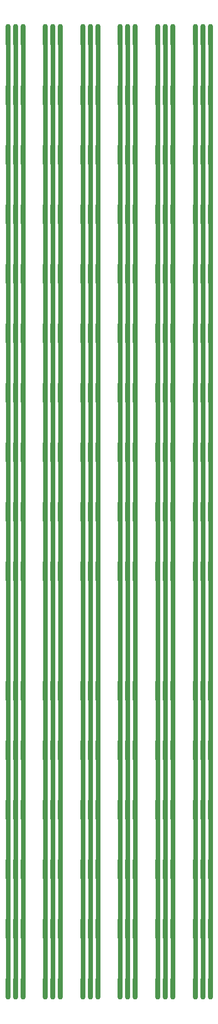
<source format=gtl>
G04*
G04 #@! TF.GenerationSoftware,Altium Limited,Altium Designer,24.3.1 (35)*
G04*
G04 Layer_Physical_Order=1*
G04 Layer_Color=255*
%FSLAX44Y44*%
%MOMM*%
G71*
G04*
G04 #@! TF.SameCoordinates,1BDE854F-DA14-4799-BA7A-88DB7AD7D6F1*
G04*
G04*
G04 #@! TF.FilePolarity,Positive*
G04*
G01*
G75*
%ADD10C,0.8000*%
%ADD11O,0.8890X3.8000*%
D10*
X34290Y1522630D02*
Y1622630D01*
Y1422630D02*
Y1522630D01*
Y1322630D02*
Y1422630D01*
Y1222630D02*
Y1322630D01*
Y1122630D02*
Y1222630D01*
Y1022630D02*
Y1122630D01*
Y922630D02*
Y1022630D01*
Y822630D02*
Y922630D01*
Y722630D02*
Y822630D01*
Y522630D02*
Y722630D01*
Y422630D02*
Y522630D01*
Y322630D02*
Y422630D01*
Y222630D02*
Y322630D01*
Y122630D02*
Y222630D01*
Y22630D02*
Y122630D01*
X21590Y1522630D02*
Y1622630D01*
Y1422630D02*
Y1522630D01*
Y1322630D02*
Y1422630D01*
Y1222630D02*
Y1322630D01*
Y1122630D02*
Y1222630D01*
Y1022630D02*
Y1122630D01*
Y922630D02*
Y1022630D01*
Y822630D02*
Y922630D01*
Y722630D02*
Y822630D01*
Y522630D02*
Y722630D01*
Y422630D02*
Y522630D01*
Y322630D02*
Y422630D01*
Y222630D02*
Y322630D01*
Y122630D02*
Y222630D01*
Y22630D02*
Y122630D01*
X8890Y1522630D02*
Y1622630D01*
Y1422630D02*
Y1522630D01*
Y1322630D02*
Y1422630D01*
Y1222630D02*
Y1322630D01*
Y1122630D02*
Y1222630D01*
Y1022630D02*
Y1122630D01*
Y922630D02*
Y1022630D01*
Y822630D02*
Y922630D01*
Y722630D02*
Y822630D01*
Y522630D02*
Y722630D01*
Y422630D02*
Y522630D01*
Y322630D02*
Y422630D01*
Y222630D02*
Y322630D01*
Y122630D02*
Y222630D01*
Y22630D02*
Y122630D01*
X97470Y1522630D02*
Y1622630D01*
Y1422630D02*
Y1522630D01*
Y1322630D02*
Y1422630D01*
Y1222630D02*
Y1322630D01*
Y1122630D02*
Y1222630D01*
Y1022630D02*
Y1122630D01*
Y922630D02*
Y1022630D01*
Y822630D02*
Y922630D01*
Y722630D02*
Y822630D01*
Y522630D02*
Y722630D01*
Y422630D02*
Y522630D01*
Y322630D02*
Y422630D01*
Y222630D02*
Y322630D01*
Y122630D02*
Y222630D01*
Y22630D02*
Y122630D01*
X84770Y1522630D02*
Y1622630D01*
Y1422630D02*
Y1522630D01*
Y1322630D02*
Y1422630D01*
Y1222630D02*
Y1322630D01*
Y1122630D02*
Y1222630D01*
Y1022630D02*
Y1122630D01*
Y922630D02*
Y1022630D01*
Y822630D02*
Y922630D01*
Y722630D02*
Y822630D01*
Y522630D02*
Y722630D01*
Y422630D02*
Y522630D01*
Y322630D02*
Y422630D01*
Y222630D02*
Y322630D01*
Y122630D02*
Y222630D01*
Y22630D02*
Y122630D01*
X72070Y1522630D02*
Y1622630D01*
Y1422630D02*
Y1522630D01*
Y1322630D02*
Y1422630D01*
Y1222630D02*
Y1322630D01*
Y1122630D02*
Y1222630D01*
Y1022630D02*
Y1122630D01*
Y922630D02*
Y1022630D01*
Y822630D02*
Y922630D01*
Y722630D02*
Y822630D01*
Y522630D02*
Y722630D01*
Y422630D02*
Y522630D01*
Y322630D02*
Y422630D01*
Y222630D02*
Y322630D01*
Y122630D02*
Y222630D01*
Y22630D02*
Y122630D01*
X160650Y1522630D02*
Y1622630D01*
Y1422630D02*
Y1522630D01*
Y1322630D02*
Y1422630D01*
Y1222630D02*
Y1322630D01*
Y1122630D02*
Y1222630D01*
Y1022630D02*
Y1122630D01*
Y922630D02*
Y1022630D01*
Y822630D02*
Y922630D01*
Y722630D02*
Y822630D01*
Y522630D02*
Y722630D01*
Y422630D02*
Y522630D01*
Y322630D02*
Y422630D01*
Y222630D02*
Y322630D01*
Y122630D02*
Y222630D01*
Y22630D02*
Y122630D01*
X147950Y1522630D02*
Y1622630D01*
Y1422630D02*
Y1522630D01*
Y1322630D02*
Y1422630D01*
Y1222630D02*
Y1322630D01*
Y1122630D02*
Y1222630D01*
Y1022630D02*
Y1122630D01*
Y922630D02*
Y1022630D01*
Y822630D02*
Y922630D01*
Y722630D02*
Y822630D01*
Y522630D02*
Y722630D01*
Y422630D02*
Y522630D01*
Y322630D02*
Y422630D01*
Y222630D02*
Y322630D01*
Y122630D02*
Y222630D01*
Y22630D02*
Y122630D01*
X135250Y1522630D02*
Y1622630D01*
Y1422630D02*
Y1522630D01*
Y1322630D02*
Y1422630D01*
Y1222630D02*
Y1322630D01*
Y1122630D02*
Y1222630D01*
Y1022630D02*
Y1122630D01*
Y922630D02*
Y1022630D01*
Y822630D02*
Y922630D01*
Y722630D02*
Y822630D01*
Y522630D02*
Y722630D01*
Y422630D02*
Y522630D01*
Y322630D02*
Y422630D01*
Y222630D02*
Y322630D01*
Y122630D02*
Y222630D01*
Y22630D02*
Y122630D01*
X223830Y1522630D02*
Y1622630D01*
Y1422630D02*
Y1522630D01*
Y1322630D02*
Y1422630D01*
Y1222630D02*
Y1322630D01*
Y1122630D02*
Y1222630D01*
Y1022630D02*
Y1122630D01*
Y922630D02*
Y1022630D01*
Y822630D02*
Y922630D01*
Y722630D02*
Y822630D01*
Y522630D02*
Y722630D01*
Y422630D02*
Y522630D01*
Y322630D02*
Y422630D01*
Y222630D02*
Y322630D01*
Y122630D02*
Y222630D01*
Y22630D02*
Y122630D01*
X211130Y1522630D02*
Y1622630D01*
Y1422630D02*
Y1522630D01*
Y1322630D02*
Y1422630D01*
Y1222630D02*
Y1322630D01*
Y1122630D02*
Y1222630D01*
Y1022630D02*
Y1122630D01*
Y922630D02*
Y1022630D01*
Y822630D02*
Y922630D01*
Y722630D02*
Y822630D01*
Y522630D02*
Y722630D01*
Y422630D02*
Y522630D01*
Y322630D02*
Y422630D01*
Y222630D02*
Y322630D01*
Y122630D02*
Y222630D01*
Y22630D02*
Y122630D01*
X198430Y1522630D02*
Y1622630D01*
Y1422630D02*
Y1522630D01*
Y1322630D02*
Y1422630D01*
Y1222630D02*
Y1322630D01*
Y1122630D02*
Y1222630D01*
Y1022630D02*
Y1122630D01*
Y922630D02*
Y1022630D01*
Y822630D02*
Y922630D01*
Y722630D02*
Y822630D01*
Y522630D02*
Y722630D01*
Y422630D02*
Y522630D01*
Y322630D02*
Y422630D01*
Y222630D02*
Y322630D01*
Y122630D02*
Y222630D01*
Y22630D02*
Y122630D01*
X287010Y1522630D02*
Y1622630D01*
Y1422630D02*
Y1522630D01*
Y1322630D02*
Y1422630D01*
Y1222630D02*
Y1322630D01*
Y1122630D02*
Y1222630D01*
Y1022630D02*
Y1122630D01*
Y922630D02*
Y1022630D01*
Y822630D02*
Y922630D01*
Y722630D02*
Y822630D01*
Y522630D02*
Y722630D01*
Y422630D02*
Y522630D01*
Y322630D02*
Y422630D01*
Y222630D02*
Y322630D01*
Y122630D02*
Y222630D01*
Y22630D02*
Y122630D01*
X274310Y1522630D02*
Y1622630D01*
Y1422630D02*
Y1522630D01*
Y1322630D02*
Y1422630D01*
Y1222630D02*
Y1322630D01*
Y1122630D02*
Y1222630D01*
Y1022630D02*
Y1122630D01*
Y922630D02*
Y1022630D01*
Y822630D02*
Y922630D01*
Y722630D02*
Y822630D01*
Y522630D02*
Y722630D01*
Y422630D02*
Y522630D01*
Y322630D02*
Y422630D01*
Y222630D02*
Y322630D01*
Y122630D02*
Y222630D01*
Y22630D02*
Y122630D01*
X261610Y1522630D02*
Y1622630D01*
Y1422630D02*
Y1522630D01*
Y1322630D02*
Y1422630D01*
Y1222630D02*
Y1322630D01*
Y1122630D02*
Y1222630D01*
Y1022630D02*
Y1122630D01*
Y922630D02*
Y1022630D01*
Y822630D02*
Y922630D01*
Y722630D02*
Y822630D01*
Y522630D02*
Y722630D01*
Y422630D02*
Y522630D01*
Y322630D02*
Y422630D01*
Y222630D02*
Y322630D01*
Y122630D02*
Y222630D01*
Y22630D02*
Y122630D01*
X350190Y1522630D02*
Y1622630D01*
Y1422630D02*
Y1522630D01*
Y1322630D02*
Y1422630D01*
Y1222630D02*
Y1322630D01*
Y1122630D02*
Y1222630D01*
Y1022630D02*
Y1122630D01*
Y922630D02*
Y1022630D01*
Y822630D02*
Y922630D01*
Y722630D02*
Y822630D01*
Y522630D02*
Y722630D01*
Y422630D02*
Y522630D01*
Y322630D02*
Y422630D01*
Y222630D02*
Y322630D01*
Y122630D02*
Y222630D01*
Y22630D02*
Y122630D01*
X337490Y1522630D02*
Y1622630D01*
Y1422630D02*
Y1522630D01*
Y1322630D02*
Y1422630D01*
Y1222630D02*
Y1322630D01*
Y1122630D02*
Y1222630D01*
Y1022630D02*
Y1122630D01*
Y922630D02*
Y1022630D01*
Y822630D02*
Y922630D01*
Y722630D02*
Y822630D01*
Y522630D02*
Y722630D01*
Y422630D02*
Y522630D01*
Y322630D02*
Y422630D01*
Y222630D02*
Y322630D01*
Y122630D02*
Y222630D01*
Y22630D02*
Y122630D01*
X324790Y1522630D02*
Y1622630D01*
Y1422630D02*
Y1522630D01*
Y1322630D02*
Y1422630D01*
Y1222630D02*
Y1322630D01*
Y1122630D02*
Y1222630D01*
Y1022630D02*
Y1122630D01*
Y922630D02*
Y1022630D01*
Y822630D02*
Y922630D01*
Y722630D02*
Y822630D01*
Y522630D02*
Y722630D01*
Y422630D02*
Y522630D01*
Y322630D02*
Y422630D01*
Y222630D02*
Y322630D01*
Y122630D02*
Y222630D01*
Y22630D02*
Y122630D01*
D11*
X34290Y422630D02*
D03*
X21590D02*
D03*
X8890D02*
D03*
X34290Y122630D02*
D03*
X21590D02*
D03*
X8890D02*
D03*
X34290Y222630D02*
D03*
X21590D02*
D03*
X8890D02*
D03*
X34290Y322630D02*
D03*
X21590D02*
D03*
X8890D02*
D03*
X34290Y722630D02*
D03*
X21590D02*
D03*
X8890D02*
D03*
X34290Y522630D02*
D03*
X21590D02*
D03*
X8890D02*
D03*
X34290Y1622630D02*
D03*
X21590D02*
D03*
X8890D02*
D03*
X34290Y1322630D02*
D03*
X21590D02*
D03*
X8890D02*
D03*
X34290Y822630D02*
D03*
X21590D02*
D03*
X8890D02*
D03*
X34290Y1022630D02*
D03*
X21590D02*
D03*
X8890D02*
D03*
X34290Y1222630D02*
D03*
X21590D02*
D03*
X8890D02*
D03*
X34290Y1422630D02*
D03*
X21590D02*
D03*
X8890D02*
D03*
X34290Y1522630D02*
D03*
X21590D02*
D03*
X8890D02*
D03*
X34290Y1122630D02*
D03*
X21590D02*
D03*
X8890D02*
D03*
X34290Y922630D02*
D03*
X21590D02*
D03*
X8890D02*
D03*
Y22630D02*
D03*
X21590D02*
D03*
X34290D02*
D03*
X97470Y422630D02*
D03*
X84770D02*
D03*
X72070D02*
D03*
X97470Y122630D02*
D03*
X84770D02*
D03*
X72070D02*
D03*
X97470Y222630D02*
D03*
X84770D02*
D03*
X72070D02*
D03*
X97470Y322630D02*
D03*
X84770D02*
D03*
X72070D02*
D03*
X97470Y722630D02*
D03*
X84770D02*
D03*
X72070D02*
D03*
X97470Y522630D02*
D03*
X84770D02*
D03*
X72070D02*
D03*
X97470Y1622630D02*
D03*
X84770D02*
D03*
X72070D02*
D03*
X97470Y1322630D02*
D03*
X84770D02*
D03*
X72070D02*
D03*
X97470Y822630D02*
D03*
X84770D02*
D03*
X72070D02*
D03*
X97470Y1022630D02*
D03*
X84770D02*
D03*
X72070D02*
D03*
X97470Y1222630D02*
D03*
X84770D02*
D03*
X72070D02*
D03*
X97470Y1422630D02*
D03*
X84770D02*
D03*
X72070D02*
D03*
X97470Y1522630D02*
D03*
X84770D02*
D03*
X72070D02*
D03*
X97470Y1122630D02*
D03*
X84770D02*
D03*
X72070D02*
D03*
X97470Y922630D02*
D03*
X84770D02*
D03*
X72070D02*
D03*
Y22630D02*
D03*
X84770D02*
D03*
X97470D02*
D03*
X160650Y422630D02*
D03*
X147950D02*
D03*
X135250D02*
D03*
X160650Y122630D02*
D03*
X147950D02*
D03*
X135250D02*
D03*
X160650Y222630D02*
D03*
X147950D02*
D03*
X135250D02*
D03*
X160650Y322630D02*
D03*
X147950D02*
D03*
X135250D02*
D03*
X160650Y722630D02*
D03*
X147950D02*
D03*
X135250D02*
D03*
X160650Y522630D02*
D03*
X147950D02*
D03*
X135250D02*
D03*
X160650Y1622630D02*
D03*
X147950D02*
D03*
X135250D02*
D03*
X160650Y1322630D02*
D03*
X147950D02*
D03*
X135250D02*
D03*
X160650Y822630D02*
D03*
X147950D02*
D03*
X135250D02*
D03*
X160650Y1022630D02*
D03*
X147950D02*
D03*
X135250D02*
D03*
X160650Y1222630D02*
D03*
X147950D02*
D03*
X135250D02*
D03*
X160650Y1422630D02*
D03*
X147950D02*
D03*
X135250D02*
D03*
X160650Y1522630D02*
D03*
X147950D02*
D03*
X135250D02*
D03*
X160650Y1122630D02*
D03*
X147950D02*
D03*
X135250D02*
D03*
X160650Y922630D02*
D03*
X147950D02*
D03*
X135250D02*
D03*
Y22630D02*
D03*
X147950D02*
D03*
X160650D02*
D03*
X223830Y422630D02*
D03*
X211130D02*
D03*
X198430D02*
D03*
X223830Y122630D02*
D03*
X211130D02*
D03*
X198430D02*
D03*
X223830Y222630D02*
D03*
X211130D02*
D03*
X198430D02*
D03*
X223830Y322630D02*
D03*
X211130D02*
D03*
X198430D02*
D03*
X223830Y722630D02*
D03*
X211130D02*
D03*
X198430D02*
D03*
X223830Y522630D02*
D03*
X211130D02*
D03*
X198430D02*
D03*
X223830Y1622630D02*
D03*
X211130D02*
D03*
X198430D02*
D03*
X223830Y1322630D02*
D03*
X211130D02*
D03*
X198430D02*
D03*
X223830Y822630D02*
D03*
X211130D02*
D03*
X198430D02*
D03*
X223830Y1022630D02*
D03*
X211130D02*
D03*
X198430D02*
D03*
X223830Y1222630D02*
D03*
X211130D02*
D03*
X198430D02*
D03*
X223830Y1422630D02*
D03*
X211130D02*
D03*
X198430D02*
D03*
X223830Y1522630D02*
D03*
X211130D02*
D03*
X198430D02*
D03*
X223830Y1122630D02*
D03*
X211130D02*
D03*
X198430D02*
D03*
X223830Y922630D02*
D03*
X211130D02*
D03*
X198430D02*
D03*
Y22630D02*
D03*
X211130D02*
D03*
X223830D02*
D03*
X287010Y422630D02*
D03*
X274310D02*
D03*
X261610D02*
D03*
X287010Y122630D02*
D03*
X274310D02*
D03*
X261610D02*
D03*
X287010Y222630D02*
D03*
X274310D02*
D03*
X261610D02*
D03*
X287010Y322630D02*
D03*
X274310D02*
D03*
X261610D02*
D03*
X287010Y722630D02*
D03*
X274310D02*
D03*
X261610D02*
D03*
X287010Y522630D02*
D03*
X274310D02*
D03*
X261610D02*
D03*
X287010Y1622630D02*
D03*
X274310D02*
D03*
X261610D02*
D03*
X287010Y1322630D02*
D03*
X274310D02*
D03*
X261610D02*
D03*
X287010Y822630D02*
D03*
X274310D02*
D03*
X261610D02*
D03*
X287010Y1022630D02*
D03*
X274310D02*
D03*
X261610D02*
D03*
X287010Y1222630D02*
D03*
X274310D02*
D03*
X261610D02*
D03*
X287010Y1422630D02*
D03*
X274310D02*
D03*
X261610D02*
D03*
X287010Y1522630D02*
D03*
X274310D02*
D03*
X261610D02*
D03*
X287010Y1122630D02*
D03*
X274310D02*
D03*
X261610D02*
D03*
X287010Y922630D02*
D03*
X274310D02*
D03*
X261610D02*
D03*
Y22630D02*
D03*
X274310D02*
D03*
X287010D02*
D03*
X350190Y422630D02*
D03*
X337490D02*
D03*
X324790D02*
D03*
X350190Y122630D02*
D03*
X337490D02*
D03*
X324790D02*
D03*
X350190Y222630D02*
D03*
X337490D02*
D03*
X324790D02*
D03*
X350190Y322630D02*
D03*
X337490D02*
D03*
X324790D02*
D03*
X350190Y722630D02*
D03*
X337490D02*
D03*
X324790D02*
D03*
X350190Y522630D02*
D03*
X337490D02*
D03*
X324790D02*
D03*
X350190Y1622630D02*
D03*
X337490D02*
D03*
X324790D02*
D03*
X350190Y1322630D02*
D03*
X337490D02*
D03*
X324790D02*
D03*
X350190Y822630D02*
D03*
X337490D02*
D03*
X324790D02*
D03*
X350190Y1022630D02*
D03*
X337490D02*
D03*
X324790D02*
D03*
X350190Y1222630D02*
D03*
X337490D02*
D03*
X324790D02*
D03*
X350190Y1422630D02*
D03*
X337490D02*
D03*
X324790D02*
D03*
X350190Y1522630D02*
D03*
X337490D02*
D03*
X324790D02*
D03*
X350190Y1122630D02*
D03*
X337490D02*
D03*
X324790D02*
D03*
X350190Y922630D02*
D03*
X337490D02*
D03*
X324790D02*
D03*
Y22630D02*
D03*
X337490D02*
D03*
X350190D02*
D03*
M02*

</source>
